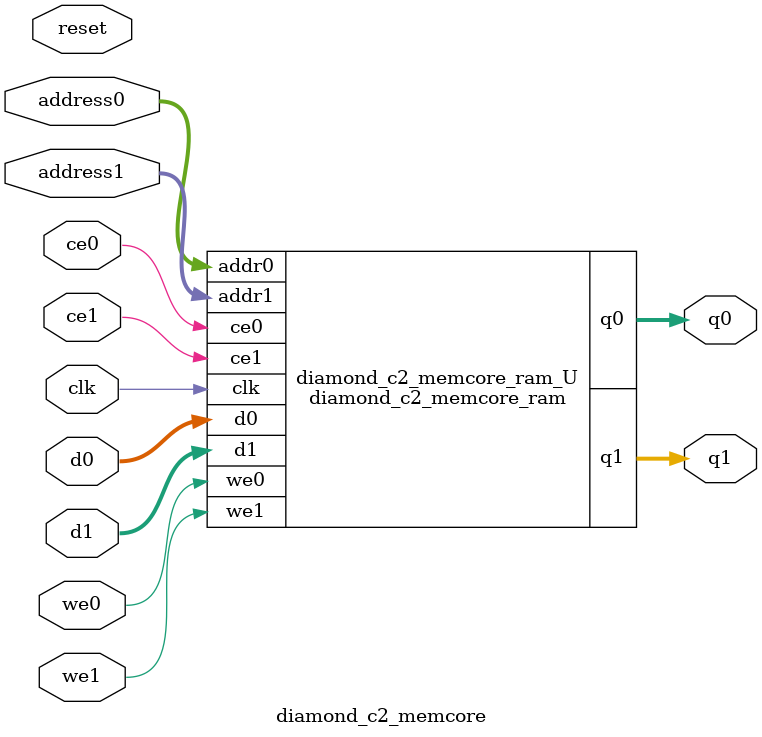
<source format=v>
`timescale 1 ns / 1 ps
module diamond_c2_memcore_ram (addr0, ce0, d0, we0, q0, addr1, ce1, d1, we1, q1,  clk);

parameter DWIDTH = 6;
parameter AWIDTH = 7;
parameter MEM_SIZE = 100;

input[AWIDTH-1:0] addr0;
input ce0;
input[DWIDTH-1:0] d0;
input we0;
output reg[DWIDTH-1:0] q0;
input[AWIDTH-1:0] addr1;
input ce1;
input[DWIDTH-1:0] d1;
input we1;
output reg[DWIDTH-1:0] q1;
input clk;

reg [DWIDTH-1:0] ram[0:MEM_SIZE-1];




always @(posedge clk)  
begin 
    if (ce0) begin
        if (we0) 
            ram[addr0] <= d0; 
        q0 <= ram[addr0];
    end
end


always @(posedge clk)  
begin 
    if (ce1) begin
        if (we1) 
            ram[addr1] <= d1; 
        q1 <= ram[addr1];
    end
end


endmodule

`timescale 1 ns / 1 ps
module diamond_c2_memcore(
    reset,
    clk,
    address0,
    ce0,
    we0,
    d0,
    q0,
    address1,
    ce1,
    we1,
    d1,
    q1);

parameter DataWidth = 32'd6;
parameter AddressRange = 32'd100;
parameter AddressWidth = 32'd7;
input reset;
input clk;
input[AddressWidth - 1:0] address0;
input ce0;
input we0;
input[DataWidth - 1:0] d0;
output[DataWidth - 1:0] q0;
input[AddressWidth - 1:0] address1;
input ce1;
input we1;
input[DataWidth - 1:0] d1;
output[DataWidth - 1:0] q1;



diamond_c2_memcore_ram diamond_c2_memcore_ram_U(
    .clk( clk ),
    .addr0( address0 ),
    .ce0( ce0 ),
    .we0( we0 ),
    .d0( d0 ),
    .q0( q0 ),
    .addr1( address1 ),
    .ce1( ce1 ),
    .we1( we1 ),
    .d1( d1 ),
    .q1( q1 ));

endmodule


</source>
